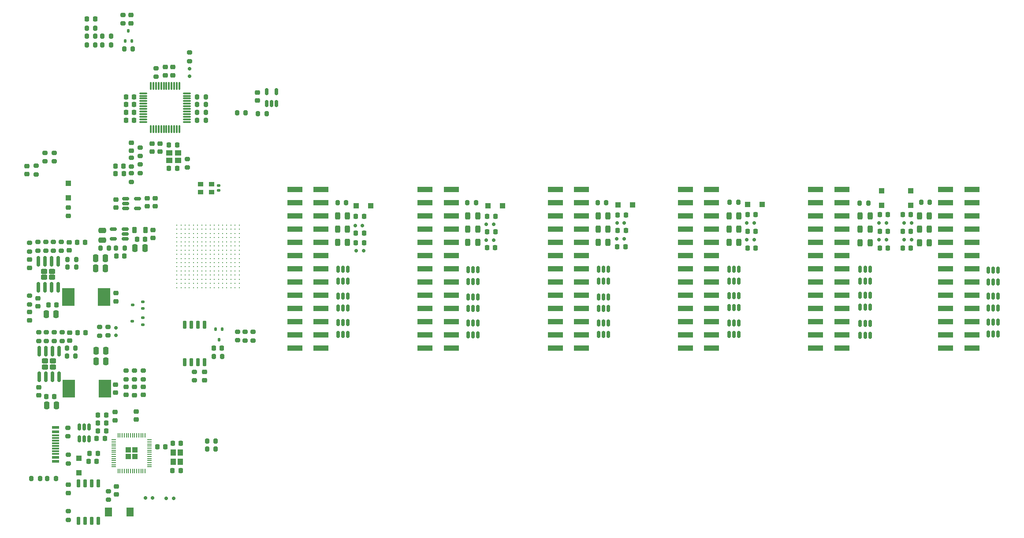
<source format=gtp>
G04 #@! TF.GenerationSoftware,KiCad,Pcbnew,8.0.5*
G04 #@! TF.CreationDate,2024-09-22T17:43:37+03:00*
G04 #@! TF.ProjectId,rioctrl-controller,72696f63-7472-46c2-9d63-6f6e74726f6c,rev?*
G04 #@! TF.SameCoordinates,Original*
G04 #@! TF.FileFunction,Paste,Top*
G04 #@! TF.FilePolarity,Positive*
%FSLAX46Y46*%
G04 Gerber Fmt 4.6, Leading zero omitted, Abs format (unit mm)*
G04 Created by KiCad (PCBNEW 8.0.5) date 2024-09-22 17:43:37*
%MOMM*%
%LPD*%
G01*
G04 APERTURE LIST*
G04 Aperture macros list*
%AMRoundRect*
0 Rectangle with rounded corners*
0 $1 Rounding radius*
0 $2 $3 $4 $5 $6 $7 $8 $9 X,Y pos of 4 corners*
0 Add a 4 corners polygon primitive as box body*
4,1,4,$2,$3,$4,$5,$6,$7,$8,$9,$2,$3,0*
0 Add four circle primitives for the rounded corners*
1,1,$1+$1,$2,$3*
1,1,$1+$1,$4,$5*
1,1,$1+$1,$6,$7*
1,1,$1+$1,$8,$9*
0 Add four rect primitives between the rounded corners*
20,1,$1+$1,$2,$3,$4,$5,0*
20,1,$1+$1,$4,$5,$6,$7,0*
20,1,$1+$1,$6,$7,$8,$9,0*
20,1,$1+$1,$8,$9,$2,$3,0*%
G04 Aperture macros list end*
%ADD10RoundRect,0.225000X0.225000X0.250000X-0.225000X0.250000X-0.225000X-0.250000X0.225000X-0.250000X0*%
%ADD11RoundRect,0.200000X0.200000X0.275000X-0.200000X0.275000X-0.200000X-0.275000X0.200000X-0.275000X0*%
%ADD12RoundRect,0.200000X-0.200000X-0.275000X0.200000X-0.275000X0.200000X0.275000X-0.200000X0.275000X0*%
%ADD13RoundRect,0.218750X0.218750X0.256250X-0.218750X0.256250X-0.218750X-0.256250X0.218750X-0.256250X0*%
%ADD14RoundRect,0.150000X-0.150000X-0.200000X0.150000X-0.200000X0.150000X0.200000X-0.150000X0.200000X0*%
%ADD15RoundRect,0.250000X0.300000X-0.300000X0.300000X0.300000X-0.300000X0.300000X-0.300000X-0.300000X0*%
%ADD16RoundRect,0.250000X0.250000X0.475000X-0.250000X0.475000X-0.250000X-0.475000X0.250000X-0.475000X0*%
%ADD17R,3.000000X1.000000*%
%ADD18RoundRect,0.243750X0.243750X0.456250X-0.243750X0.456250X-0.243750X-0.456250X0.243750X-0.456250X0*%
%ADD19RoundRect,0.250000X0.292217X-0.292217X0.292217X0.292217X-0.292217X0.292217X-0.292217X-0.292217X0*%
%ADD20RoundRect,0.050000X0.050000X-0.387500X0.050000X0.387500X-0.050000X0.387500X-0.050000X-0.387500X0*%
%ADD21RoundRect,0.050000X0.387500X-0.050000X0.387500X0.050000X-0.387500X0.050000X-0.387500X-0.050000X0*%
%ADD22RoundRect,0.150000X-0.150000X0.512500X-0.150000X-0.512500X0.150000X-0.512500X0.150000X0.512500X0*%
%ADD23RoundRect,0.150000X0.150000X-0.512500X0.150000X0.512500X-0.150000X0.512500X-0.150000X-0.512500X0*%
%ADD24RoundRect,0.200000X0.275000X-0.200000X0.275000X0.200000X-0.275000X0.200000X-0.275000X-0.200000X0*%
%ADD25RoundRect,0.200000X-0.275000X0.200000X-0.275000X-0.200000X0.275000X-0.200000X0.275000X0.200000X0*%
%ADD26RoundRect,0.243750X-0.243750X-0.456250X0.243750X-0.456250X0.243750X0.456250X-0.243750X0.456250X0*%
%ADD27RoundRect,0.218750X-0.218750X-0.256250X0.218750X-0.256250X0.218750X0.256250X-0.218750X0.256250X0*%
%ADD28RoundRect,0.225000X-0.250000X0.225000X-0.250000X-0.225000X0.250000X-0.225000X0.250000X0.225000X0*%
%ADD29RoundRect,0.150000X0.200000X-0.150000X0.200000X0.150000X-0.200000X0.150000X-0.200000X-0.150000X0*%
%ADD30RoundRect,0.250000X-0.300000X-0.300000X0.300000X-0.300000X0.300000X0.300000X-0.300000X0.300000X0*%
%ADD31RoundRect,0.225000X0.250000X-0.225000X0.250000X0.225000X-0.250000X0.225000X-0.250000X-0.225000X0*%
%ADD32RoundRect,0.150000X-0.200000X0.150000X-0.200000X-0.150000X0.200000X-0.150000X0.200000X0.150000X0*%
%ADD33RoundRect,0.218750X-0.256250X0.218750X-0.256250X-0.218750X0.256250X-0.218750X0.256250X0.218750X0*%
%ADD34RoundRect,0.240000X0.385000X-0.240000X0.385000X0.240000X-0.385000X0.240000X-0.385000X-0.240000X0*%
%ADD35RoundRect,0.150000X0.150000X-0.825000X0.150000X0.825000X-0.150000X0.825000X-0.150000X-0.825000X0*%
%ADD36RoundRect,0.225000X-0.225000X-0.250000X0.225000X-0.250000X0.225000X0.250000X-0.225000X0.250000X0*%
%ADD37R,1.350000X1.800000*%
%ADD38RoundRect,0.218750X0.256250X-0.218750X0.256250X0.218750X-0.256250X0.218750X-0.256250X-0.218750X0*%
%ADD39RoundRect,0.150000X0.150000X0.200000X-0.150000X0.200000X-0.150000X-0.200000X0.150000X-0.200000X0*%
%ADD40RoundRect,0.075000X-0.075000X0.662500X-0.075000X-0.662500X0.075000X-0.662500X0.075000X0.662500X0*%
%ADD41RoundRect,0.075000X-0.662500X0.075000X-0.662500X-0.075000X0.662500X-0.075000X0.662500X0.075000X0*%
%ADD42RoundRect,0.150000X0.512500X0.150000X-0.512500X0.150000X-0.512500X-0.150000X0.512500X-0.150000X0*%
%ADD43R,1.450000X0.600000*%
%ADD44R,1.450000X0.300000*%
%ADD45RoundRect,0.250000X-0.250000X-0.475000X0.250000X-0.475000X0.250000X0.475000X-0.250000X0.475000X0*%
%ADD46RoundRect,0.140000X0.170000X-0.140000X0.170000X0.140000X-0.170000X0.140000X-0.170000X-0.140000X0*%
%ADD47RoundRect,0.218750X-0.218750X-0.381250X0.218750X-0.381250X0.218750X0.381250X-0.218750X0.381250X0*%
%ADD48RoundRect,0.112500X0.112500X0.237500X-0.112500X0.237500X-0.112500X-0.237500X0.112500X-0.237500X0*%
%ADD49RoundRect,0.250000X-0.475000X0.250000X-0.475000X-0.250000X0.475000X-0.250000X0.475000X0.250000X0*%
%ADD50R,2.400000X3.500000*%
%ADD51RoundRect,0.150000X-0.512500X-0.150000X0.512500X-0.150000X0.512500X0.150000X-0.512500X0.150000X0*%
%ADD52RoundRect,0.150000X0.150000X-0.650000X0.150000X0.650000X-0.150000X0.650000X-0.150000X-0.650000X0*%
%ADD53RoundRect,0.112500X0.237500X-0.112500X0.237500X0.112500X-0.237500X0.112500X-0.237500X-0.112500X0*%
%ADD54R,1.000000X0.900000*%
%ADD55RoundRect,0.150000X-0.150000X0.650000X-0.150000X-0.650000X0.150000X-0.650000X0.150000X0.650000X0*%
%ADD56R,1.150000X1.000000*%
%ADD57C,0.320000*%
%ADD58RoundRect,0.112500X-0.112500X-0.237500X0.112500X-0.237500X0.112500X0.237500X-0.112500X0.237500X0*%
%ADD59R,1.000000X1.150000*%
G04 APERTURE END LIST*
D10*
G04 #@! TO.C,C41*
X79576295Y-58935000D03*
X78026295Y-58935000D03*
G04 #@! TD*
G04 #@! TO.C,C25*
X72425000Y-125950000D03*
X70875000Y-125950000D03*
G04 #@! TD*
D11*
G04 #@! TO.C,R22*
X61525000Y-129300000D03*
X59875000Y-129300000D03*
G04 #@! TD*
D12*
G04 #@! TO.C,R41*
X70505000Y-42750000D03*
X72155000Y-42750000D03*
G04 #@! TD*
D13*
G04 #@! TO.C,D11*
X96437500Y-104200000D03*
X94862500Y-104200000D03*
G04 #@! TD*
D12*
G04 #@! TO.C,R23*
X62925000Y-129300000D03*
X64575000Y-129300000D03*
G04 #@! TD*
D14*
G04 #@! TO.C,D6*
X83150000Y-133050000D03*
X81750000Y-133050000D03*
G04 #@! TD*
D15*
G04 #@! TO.C,D27*
X223200000Y-76800000D03*
X223200000Y-74000000D03*
G04 #@! TD*
D16*
G04 #@! TO.C,C11*
X81662500Y-85037500D03*
X79762500Y-85037500D03*
G04 #@! TD*
D17*
G04 #@! TO.C,J14*
X210480000Y-104240000D03*
X215520000Y-104240000D03*
X210480000Y-101700000D03*
X215520000Y-101700000D03*
X210480000Y-99160000D03*
X215520000Y-99160000D03*
X210480000Y-96620000D03*
X215520000Y-96620000D03*
X210480000Y-94080000D03*
X215520000Y-94080000D03*
X210480000Y-91540000D03*
X215520000Y-91540000D03*
X210480000Y-89000000D03*
X215520000Y-89000000D03*
X210480000Y-86460000D03*
X215520000Y-86460000D03*
X210480000Y-83920000D03*
X215520000Y-83920000D03*
X210480000Y-81380000D03*
X215520000Y-81380000D03*
X210480000Y-78840000D03*
X215520000Y-78840000D03*
X210480000Y-76300000D03*
X215520000Y-76300000D03*
X210480000Y-73760000D03*
X215520000Y-73760000D03*
G04 #@! TD*
D18*
G04 #@! TO.C,F4*
X145587500Y-83900000D03*
X143712500Y-83900000D03*
G04 #@! TD*
D19*
G04 #@! TO.C,U7*
X78462500Y-125075000D03*
X79737500Y-125075000D03*
X78462500Y-123800000D03*
X79737500Y-123800000D03*
D20*
X76500000Y-127875000D03*
X76900000Y-127875000D03*
X77300000Y-127875000D03*
X77700000Y-127875000D03*
X78100000Y-127875000D03*
X78500000Y-127875000D03*
X78900000Y-127875000D03*
X79300000Y-127875000D03*
X79700000Y-127875000D03*
X80100000Y-127875000D03*
X80500000Y-127875000D03*
X80900000Y-127875000D03*
X81300000Y-127875000D03*
X81700000Y-127875000D03*
D21*
X82537500Y-127037500D03*
X82537500Y-126637500D03*
X82537500Y-126237500D03*
X82537500Y-125837500D03*
X82537500Y-125437500D03*
X82537500Y-125037500D03*
X82537500Y-124637500D03*
X82537500Y-124237500D03*
X82537500Y-123837500D03*
X82537500Y-123437500D03*
X82537500Y-123037500D03*
X82537500Y-122637500D03*
X82537500Y-122237500D03*
X82537500Y-121837500D03*
D20*
X81700000Y-121000000D03*
X81300000Y-121000000D03*
X80900000Y-121000000D03*
X80500000Y-121000000D03*
X80100000Y-121000000D03*
X79700000Y-121000000D03*
X79300000Y-121000000D03*
X78900000Y-121000000D03*
X78500000Y-121000000D03*
X78100000Y-121000000D03*
X77700000Y-121000000D03*
X77300000Y-121000000D03*
X76900000Y-121000000D03*
X76500000Y-121000000D03*
D21*
X75662500Y-121837500D03*
X75662500Y-122237500D03*
X75662500Y-122637500D03*
X75662500Y-123037500D03*
X75662500Y-123437500D03*
X75662500Y-123837500D03*
X75662500Y-124237500D03*
X75662500Y-124637500D03*
X75662500Y-125037500D03*
X75662500Y-125437500D03*
X75662500Y-125837500D03*
X75662500Y-126237500D03*
X75662500Y-126637500D03*
X75662500Y-127037500D03*
G04 #@! TD*
D22*
G04 #@! TO.C,U6*
X70950000Y-119412500D03*
X70000000Y-119412500D03*
X69050000Y-119412500D03*
X69050000Y-121687500D03*
X70000000Y-121687500D03*
X70950000Y-121687500D03*
G04 #@! TD*
D11*
G04 #@! TO.C,R61*
X220625000Y-76400000D03*
X218975000Y-76400000D03*
G04 #@! TD*
D23*
G04 #@! TO.C,U27*
X118750000Y-101587500D03*
X119700000Y-101587500D03*
X120650000Y-101587500D03*
X120650000Y-99312500D03*
X119700000Y-99312500D03*
X118750000Y-99312500D03*
G04 #@! TD*
G04 #@! TO.C,U21*
X193850000Y-101637500D03*
X194800000Y-101637500D03*
X195750000Y-101637500D03*
X195750000Y-99362500D03*
X194800000Y-99362500D03*
X193850000Y-99362500D03*
G04 #@! TD*
D17*
G04 #@! TO.C,J11*
X135480000Y-104240000D03*
X140520000Y-104240000D03*
X135480000Y-101700000D03*
X140520000Y-101700000D03*
X135480000Y-99160000D03*
X140520000Y-99160000D03*
X135480000Y-96620000D03*
X140520000Y-96620000D03*
X135480000Y-94080000D03*
X140520000Y-94080000D03*
X135480000Y-91540000D03*
X140520000Y-91540000D03*
X135480000Y-89000000D03*
X140520000Y-89000000D03*
X135480000Y-86460000D03*
X140520000Y-86460000D03*
X135480000Y-83920000D03*
X140520000Y-83920000D03*
X135480000Y-81380000D03*
X140520000Y-81380000D03*
X135480000Y-78840000D03*
X140520000Y-78840000D03*
X135480000Y-76300000D03*
X140520000Y-76300000D03*
X135480000Y-73760000D03*
X140520000Y-73760000D03*
G04 #@! TD*
D18*
G04 #@! TO.C,F13*
X220937500Y-84000000D03*
X219062500Y-84000000D03*
G04 #@! TD*
D24*
G04 #@! TO.C,R46*
X99450000Y-102725000D03*
X99450000Y-101075000D03*
G04 #@! TD*
D25*
G04 #@! TO.C,R42*
X79051295Y-67650000D03*
X79051295Y-69300000D03*
G04 #@! TD*
D18*
G04 #@! TO.C,F14*
X220937500Y-78800000D03*
X219062500Y-78800000D03*
G04 #@! TD*
D24*
G04 #@! TO.C,R3*
X61250000Y-102825000D03*
X61250000Y-101175000D03*
G04 #@! TD*
D10*
G04 #@! TO.C,C23*
X88550000Y-122525000D03*
X87000000Y-122525000D03*
G04 #@! TD*
D26*
G04 #@! TO.C,F9*
X168712500Y-81400000D03*
X170587500Y-81400000D03*
G04 #@! TD*
D23*
G04 #@! TO.C,U26*
X219050000Y-91337500D03*
X220000000Y-91337500D03*
X220950000Y-91337500D03*
X220950000Y-89062500D03*
X220000000Y-89062500D03*
X219050000Y-89062500D03*
G04 #@! TD*
D11*
G04 #@! TO.C,R10*
X77787500Y-85037500D03*
X76137500Y-85037500D03*
G04 #@! TD*
D23*
G04 #@! TO.C,U28*
X243650000Y-96537500D03*
X244600000Y-96537500D03*
X245550000Y-96537500D03*
X245550000Y-94262500D03*
X244600000Y-94262500D03*
X243650000Y-94262500D03*
G04 #@! TD*
D11*
G04 #@! TO.C,R14*
X68325000Y-105750000D03*
X66675000Y-105750000D03*
G04 #@! TD*
D24*
G04 #@! TO.C,R27*
X74550000Y-101775000D03*
X74550000Y-100125000D03*
G04 #@! TD*
D13*
G04 #@! TO.C,FB17*
X198987500Y-85000000D03*
X197412500Y-85000000D03*
G04 #@! TD*
D27*
G04 #@! TO.C,FB6*
X72662500Y-117100000D03*
X74237500Y-117100000D03*
G04 #@! TD*
D28*
G04 #@! TO.C,C36*
X83051295Y-64910000D03*
X83051295Y-66460000D03*
G04 #@! TD*
D27*
G04 #@! TO.C,FB24*
X227212500Y-78600000D03*
X228787500Y-78600000D03*
G04 #@! TD*
D17*
G04 #@! TO.C,J12*
X160480000Y-104240000D03*
X165520000Y-104240000D03*
X160480000Y-101700000D03*
X165520000Y-101700000D03*
X160480000Y-99160000D03*
X165520000Y-99160000D03*
X160480000Y-96620000D03*
X165520000Y-96620000D03*
X160480000Y-94080000D03*
X165520000Y-94080000D03*
X160480000Y-91540000D03*
X165520000Y-91540000D03*
X160480000Y-89000000D03*
X165520000Y-89000000D03*
X160480000Y-86460000D03*
X165520000Y-86460000D03*
X160480000Y-83920000D03*
X165520000Y-83920000D03*
X160480000Y-81380000D03*
X165520000Y-81380000D03*
X160480000Y-78840000D03*
X165520000Y-78840000D03*
X160480000Y-76300000D03*
X165520000Y-76300000D03*
X160480000Y-73760000D03*
X165520000Y-73760000D03*
G04 #@! TD*
D29*
G04 #@! TO.C,D8*
X76100000Y-100350000D03*
X76100000Y-101750000D03*
G04 #@! TD*
D24*
G04 #@! TO.C,R18*
X79700000Y-110225000D03*
X79700000Y-108575000D03*
G04 #@! TD*
D30*
G04 #@! TO.C,D13*
X122250000Y-76900000D03*
X125050000Y-76900000D03*
G04 #@! TD*
D31*
G04 #@! TO.C,C29*
X75950000Y-118075000D03*
X75950000Y-116525000D03*
G04 #@! TD*
D14*
G04 #@! TO.C,D7*
X87200000Y-133100000D03*
X85800000Y-133100000D03*
G04 #@! TD*
D11*
G04 #@! TO.C,R58*
X145275000Y-76300000D03*
X143625000Y-76300000D03*
G04 #@! TD*
D23*
G04 #@! TO.C,U15*
X143737500Y-101687500D03*
X144687500Y-101687500D03*
X145637500Y-101687500D03*
X145637500Y-99412500D03*
X144687500Y-99412500D03*
X143737500Y-99412500D03*
G04 #@! TD*
D32*
G04 #@! TO.C,D16*
X90250000Y-51950000D03*
X90250000Y-50550000D03*
G04 #@! TD*
D14*
G04 #@! TO.C,D32*
X228900000Y-80200000D03*
X227500000Y-80200000D03*
G04 #@! TD*
D15*
G04 #@! TO.C,D9*
X69000000Y-128150000D03*
X69000000Y-125350000D03*
G04 #@! TD*
D23*
G04 #@! TO.C,U12*
X118750000Y-96487500D03*
X119700000Y-96487500D03*
X120650000Y-96487500D03*
X120650000Y-94212500D03*
X119700000Y-94212500D03*
X118750000Y-94212500D03*
G04 #@! TD*
D12*
G04 #@! TO.C,R40*
X70505000Y-44250000D03*
X72155000Y-44250000D03*
G04 #@! TD*
D14*
G04 #@! TO.C,D19*
X148650000Y-83450000D03*
X147250000Y-83450000D03*
G04 #@! TD*
D11*
G04 #@! TO.C,R59*
X170275000Y-76300000D03*
X168625000Y-76300000D03*
G04 #@! TD*
D25*
G04 #@! TO.C,R4*
X62620000Y-83850000D03*
X62620000Y-85500000D03*
G04 #@! TD*
D31*
G04 #@! TO.C,C42*
X103250000Y-56675000D03*
X103250000Y-55125000D03*
G04 #@! TD*
G04 #@! TO.C,C32*
X80000000Y-117975000D03*
X80000000Y-116425000D03*
G04 #@! TD*
D15*
G04 #@! TO.C,D30*
X228800000Y-76800000D03*
X228800000Y-74000000D03*
G04 #@! TD*
D11*
G04 #@! TO.C,R32*
X93376295Y-60435000D03*
X91726295Y-60435000D03*
G04 #@! TD*
D33*
G04 #@! TO.C,D3*
X79700000Y-111672500D03*
X79700000Y-113247500D03*
G04 #@! TD*
D34*
G04 #@! TO.C,U2*
X62345000Y-90595000D03*
X63845000Y-90595000D03*
X62345000Y-89455000D03*
X63845000Y-89455000D03*
D35*
X61190000Y-92500000D03*
X62460000Y-92500000D03*
X63730000Y-92500000D03*
X65000000Y-92500000D03*
X65000000Y-87550000D03*
X63730000Y-87550000D03*
X62460000Y-87550000D03*
X61190000Y-87550000D03*
G04 #@! TD*
D36*
G04 #@! TO.C,C4*
X63120000Y-95925000D03*
X64670000Y-95925000D03*
G04 #@! TD*
D16*
G04 #@! TO.C,C15*
X74095000Y-88925000D03*
X72195000Y-88925000D03*
G04 #@! TD*
D26*
G04 #@! TO.C,F15*
X219062500Y-81400000D03*
X220937500Y-81400000D03*
G04 #@! TD*
D18*
G04 #@! TO.C,F1*
X120537500Y-83900000D03*
X118662500Y-83900000D03*
G04 #@! TD*
D23*
G04 #@! TO.C,U17*
X143750000Y-91437500D03*
X144700000Y-91437500D03*
X145650000Y-91437500D03*
X145650000Y-89162500D03*
X144700000Y-89162500D03*
X143750000Y-89162500D03*
G04 #@! TD*
G04 #@! TO.C,U11*
X243650000Y-101537500D03*
X244600000Y-101537500D03*
X245550000Y-101537500D03*
X245550000Y-99262500D03*
X244600000Y-99262500D03*
X243650000Y-99262500D03*
G04 #@! TD*
D37*
G04 #@! TO.C,SW1*
X78850000Y-135750000D03*
X74700000Y-135750000D03*
G04 #@! TD*
D26*
G04 #@! TO.C,F6*
X143712500Y-81400000D03*
X145587500Y-81400000D03*
G04 #@! TD*
D10*
G04 #@! TO.C,C33*
X87851295Y-69685000D03*
X86301295Y-69685000D03*
G04 #@! TD*
D28*
G04 #@! TO.C,C31*
X76200000Y-130775000D03*
X76200000Y-132325000D03*
G04 #@! TD*
D25*
G04 #@! TO.C,R6*
X62750000Y-101175000D03*
X62750000Y-102825000D03*
G04 #@! TD*
D24*
G04 #@! TO.C,R5*
X64120000Y-85500000D03*
X64120000Y-83850000D03*
G04 #@! TD*
D25*
G04 #@! TO.C,R52*
X59500000Y-94175000D03*
X59500000Y-95825000D03*
G04 #@! TD*
D11*
G04 #@! TO.C,R51*
X96525000Y-105800000D03*
X94875000Y-105800000D03*
G04 #@! TD*
D24*
G04 #@! TO.C,R28*
X81330000Y-110227500D03*
X81330000Y-108577500D03*
G04 #@! TD*
D33*
G04 #@! TO.C,FB3*
X76000000Y-111212500D03*
X76000000Y-112787500D03*
G04 #@! TD*
D30*
G04 #@! TO.C,D24*
X197400000Y-76600000D03*
X200200000Y-76600000D03*
G04 #@! TD*
D11*
G04 #@! TO.C,R36*
X75150000Y-46000000D03*
X73500000Y-46000000D03*
G04 #@! TD*
D10*
G04 #@! TO.C,C10*
X77737500Y-86537500D03*
X76187500Y-86537500D03*
G04 #@! TD*
G04 #@! TO.C,C28*
X74225000Y-120100000D03*
X72675000Y-120100000D03*
G04 #@! TD*
D11*
G04 #@! TO.C,R60*
X195625000Y-76200000D03*
X193975000Y-76200000D03*
G04 #@! TD*
D38*
G04 #@! TO.C,D17*
X79000000Y-41787500D03*
X79000000Y-40212500D03*
G04 #@! TD*
D28*
G04 #@! TO.C,C21*
X66950000Y-130500000D03*
X66950000Y-132050000D03*
G04 #@! TD*
D33*
G04 #@! TO.C,FB5*
X83212500Y-81500000D03*
X83212500Y-83075000D03*
G04 #@! TD*
D25*
G04 #@! TO.C,R16*
X74700000Y-131700000D03*
X74700000Y-133350000D03*
G04 #@! TD*
D39*
G04 #@! TO.C,D26*
X197300000Y-80200000D03*
X198700000Y-80200000D03*
G04 #@! TD*
D40*
G04 #@! TO.C,U8*
X88301295Y-53837500D03*
X87801295Y-53837500D03*
X87301295Y-53837500D03*
X86801295Y-53837500D03*
X86301295Y-53837500D03*
X85801295Y-53837500D03*
X85301295Y-53837500D03*
X84801295Y-53837500D03*
X84301295Y-53837500D03*
X83801295Y-53837500D03*
X83301295Y-53837500D03*
X82801295Y-53837500D03*
D41*
X81388795Y-55250000D03*
X81388795Y-55750000D03*
X81388795Y-56250000D03*
X81388795Y-56750000D03*
X81388795Y-57250000D03*
X81388795Y-57750000D03*
X81388795Y-58250000D03*
X81388795Y-58750000D03*
X81388795Y-59250000D03*
X81388795Y-59750000D03*
X81388795Y-60250000D03*
X81388795Y-60750000D03*
D40*
X82801295Y-62162500D03*
X83301295Y-62162500D03*
X83801295Y-62162500D03*
X84301295Y-62162500D03*
X84801295Y-62162500D03*
X85301295Y-62162500D03*
X85801295Y-62162500D03*
X86301295Y-62162500D03*
X86801295Y-62162500D03*
X87301295Y-62162500D03*
X87801295Y-62162500D03*
X88301295Y-62162500D03*
D41*
X89713795Y-60750000D03*
X89713795Y-60250000D03*
X89713795Y-59750000D03*
X89713795Y-59250000D03*
X89713795Y-58750000D03*
X89713795Y-58250000D03*
X89713795Y-57750000D03*
X89713795Y-57250000D03*
X89713795Y-56750000D03*
X89713795Y-56250000D03*
X89713795Y-55750000D03*
X89713795Y-55250000D03*
G04 #@! TD*
D28*
G04 #@! TO.C,C55*
X93100000Y-108825000D03*
X93100000Y-110375000D03*
G04 #@! TD*
D11*
G04 #@! TO.C,R30*
X93376295Y-57435000D03*
X91726295Y-57435000D03*
G04 #@! TD*
D23*
G04 #@! TO.C,U13*
X118750000Y-91337500D03*
X119700000Y-91337500D03*
X120650000Y-91337500D03*
X120650000Y-89062500D03*
X119700000Y-89062500D03*
X118750000Y-89062500D03*
G04 #@! TD*
D10*
G04 #@! TO.C,C40*
X79576295Y-55935000D03*
X78026295Y-55935000D03*
G04 #@! TD*
D12*
G04 #@! TO.C,R62*
X230775000Y-76200000D03*
X232425000Y-76200000D03*
G04 #@! TD*
D13*
G04 #@! TO.C,FB20*
X224387500Y-85000000D03*
X222812500Y-85000000D03*
G04 #@! TD*
D33*
G04 #@! TO.C,D2*
X59000000Y-69212500D03*
X59000000Y-70787500D03*
G04 #@! TD*
D18*
G04 #@! TO.C,F11*
X195737500Y-78800000D03*
X193862500Y-78800000D03*
G04 #@! TD*
D23*
G04 #@! TO.C,U25*
X219050000Y-96337500D03*
X220000000Y-96337500D03*
X220950000Y-96337500D03*
X220950000Y-94062500D03*
X220000000Y-94062500D03*
X219050000Y-94062500D03*
G04 #@! TD*
D25*
G04 #@! TO.C,R50*
X59500000Y-84000000D03*
X59500000Y-85650000D03*
G04 #@! TD*
D24*
G04 #@! TO.C,R17*
X67000000Y-137225000D03*
X67000000Y-135575000D03*
G04 #@! TD*
D13*
G04 #@! TO.C,FB15*
X174037500Y-78650000D03*
X172462500Y-78650000D03*
G04 #@! TD*
D30*
G04 #@! TO.C,D21*
X172550000Y-76700000D03*
X175350000Y-76700000D03*
G04 #@! TD*
D11*
G04 #@! TO.C,R29*
X93376295Y-55935000D03*
X91726295Y-55935000D03*
G04 #@! TD*
D42*
G04 #@! TO.C,U1*
X77850000Y-83237500D03*
X77850000Y-82287500D03*
X77850000Y-81337500D03*
X75575000Y-81337500D03*
X75575000Y-83237500D03*
G04 #@! TD*
D18*
G04 #@! TO.C,F5*
X145587500Y-78850000D03*
X143712500Y-78850000D03*
G04 #@! TD*
D16*
G04 #@! TO.C,C17*
X74095000Y-86925000D03*
X72195000Y-86925000D03*
G04 #@! TD*
D31*
G04 #@! TO.C,C20*
X82137500Y-76975000D03*
X82137500Y-75425000D03*
G04 #@! TD*
D11*
G04 #@! TO.C,R35*
X75150000Y-44250000D03*
X73500000Y-44250000D03*
G04 #@! TD*
D31*
G04 #@! TO.C,C46*
X79051295Y-66275000D03*
X79051295Y-64725000D03*
G04 #@! TD*
D11*
G04 #@! TO.C,R53*
X120325000Y-76300000D03*
X118675000Y-76300000D03*
G04 #@! TD*
G04 #@! TO.C,R31*
X93376295Y-58935000D03*
X91726295Y-58935000D03*
G04 #@! TD*
D43*
G04 #@! TO.C,J3*
X64545000Y-119500000D03*
X64545000Y-120300000D03*
D44*
X64545000Y-121500000D03*
X64545000Y-122500000D03*
X64545000Y-123000000D03*
X64545000Y-124000000D03*
D43*
X64545000Y-125200000D03*
X64545000Y-126000000D03*
X64545000Y-126000000D03*
X64545000Y-125200000D03*
D44*
X64545000Y-124500000D03*
X64545000Y-123500000D03*
X64545000Y-122000000D03*
X64545000Y-121000000D03*
D43*
X64545000Y-120300000D03*
X64545000Y-119500000D03*
G04 #@! TD*
D25*
G04 #@! TO.C,R21*
X67000000Y-124725000D03*
X67000000Y-126375000D03*
G04 #@! TD*
D12*
G04 #@! TO.C,R39*
X70505000Y-46000000D03*
X72155000Y-46000000D03*
G04 #@! TD*
D45*
G04 #@! TO.C,C3*
X62800000Y-115250000D03*
X64700000Y-115250000D03*
G04 #@! TD*
D11*
G04 #@! TO.C,R49*
X95275000Y-123600000D03*
X93625000Y-123600000D03*
G04 #@! TD*
D46*
G04 #@! TO.C,C54*
X95800000Y-73930000D03*
X95800000Y-72970000D03*
G04 #@! TD*
D13*
G04 #@! TO.C,FB9*
X123737500Y-78900000D03*
X122162500Y-78900000D03*
G04 #@! TD*
D47*
G04 #@! TO.C,L1*
X79650000Y-81537500D03*
X81775000Y-81537500D03*
G04 #@! TD*
D31*
G04 #@! TO.C,C6*
X67120000Y-85450000D03*
X67120000Y-83900000D03*
G04 #@! TD*
D26*
G04 #@! TO.C,F3*
X118662500Y-81400000D03*
X120537500Y-81400000D03*
G04 #@! TD*
D25*
G04 #@! TO.C,R37*
X80801295Y-68925000D03*
X80801295Y-70575000D03*
G04 #@! TD*
D33*
G04 #@! TO.C,FB4*
X83637500Y-75412500D03*
X83637500Y-76987500D03*
G04 #@! TD*
D25*
G04 #@! TO.C,R44*
X102450000Y-101100000D03*
X102450000Y-102750000D03*
G04 #@! TD*
D38*
G04 #@! TO.C,D10*
X59500000Y-88787500D03*
X59500000Y-87212500D03*
G04 #@! TD*
D10*
G04 #@! TO.C,C27*
X74225000Y-118600000D03*
X72675000Y-118600000D03*
G04 #@! TD*
G04 #@! TO.C,C30*
X72600000Y-124450000D03*
X71050000Y-124450000D03*
G04 #@! TD*
D18*
G04 #@! TO.C,F18*
X232337500Y-81400000D03*
X230462500Y-81400000D03*
G04 #@! TD*
D10*
G04 #@! TO.C,C45*
X77601295Y-70725000D03*
X76051295Y-70725000D03*
G04 #@! TD*
D18*
G04 #@! TO.C,F2*
X120537500Y-78850000D03*
X118662500Y-78850000D03*
G04 #@! TD*
D12*
G04 #@! TO.C,R54*
X103375000Y-59150000D03*
X105025000Y-59150000D03*
G04 #@! TD*
D28*
G04 #@! TO.C,C35*
X84551295Y-64910000D03*
X84551295Y-66460000D03*
G04 #@! TD*
D24*
G04 #@! TO.C,R9*
X65750000Y-102825000D03*
X65750000Y-101175000D03*
G04 #@! TD*
D31*
G04 #@! TO.C,C7*
X67250000Y-102775000D03*
X67250000Y-101225000D03*
G04 #@! TD*
D17*
G04 #@! TO.C,J13*
X185480000Y-104240000D03*
X190520000Y-104240000D03*
X185480000Y-101700000D03*
X190520000Y-101700000D03*
X185480000Y-99160000D03*
X190520000Y-99160000D03*
X185480000Y-96620000D03*
X190520000Y-96620000D03*
X185480000Y-94080000D03*
X190520000Y-94080000D03*
X185480000Y-91540000D03*
X190520000Y-91540000D03*
X185480000Y-89000000D03*
X190520000Y-89000000D03*
X185480000Y-86460000D03*
X190520000Y-86460000D03*
X185480000Y-83920000D03*
X190520000Y-83920000D03*
X185480000Y-81380000D03*
X190520000Y-81380000D03*
X185480000Y-78840000D03*
X190520000Y-78840000D03*
X185480000Y-76300000D03*
X190520000Y-76300000D03*
X185480000Y-73760000D03*
X190520000Y-73760000D03*
G04 #@! TD*
D10*
G04 #@! TO.C,C38*
X79576295Y-57435000D03*
X78026295Y-57435000D03*
G04 #@! TD*
D26*
G04 #@! TO.C,F16*
X230462500Y-84000000D03*
X232337500Y-84000000D03*
G04 #@! TD*
D11*
G04 #@! TO.C,R12*
X68470000Y-88675000D03*
X66820000Y-88675000D03*
G04 #@! TD*
D48*
G04 #@! TO.C,Q2*
X96550000Y-100600000D03*
X95250000Y-100600000D03*
X95900000Y-102600000D03*
G04 #@! TD*
D12*
G04 #@! TO.C,R15*
X66675000Y-104250000D03*
X68325000Y-104250000D03*
G04 #@! TD*
D13*
G04 #@! TO.C,FB18*
X198987500Y-78600000D03*
X197412500Y-78600000D03*
G04 #@! TD*
D38*
G04 #@! TO.C,D12*
X59500000Y-98887500D03*
X59500000Y-97312500D03*
G04 #@! TD*
D13*
G04 #@! TO.C,FB14*
X173987500Y-84750000D03*
X172412500Y-84750000D03*
G04 #@! TD*
D49*
G04 #@! TO.C,C1*
X73462500Y-81587500D03*
X73462500Y-83487500D03*
G04 #@! TD*
D36*
G04 #@! TO.C,C24*
X84025000Y-123150000D03*
X85575000Y-123150000D03*
G04 #@! TD*
D27*
G04 #@! TO.C,FB16*
X172462500Y-81650000D03*
X174037500Y-81650000D03*
G04 #@! TD*
D13*
G04 #@! TO.C,FB25*
X228787500Y-81800000D03*
X227212500Y-81800000D03*
G04 #@! TD*
D50*
G04 #@! TO.C,L2*
X66945000Y-94425000D03*
X73845000Y-94425000D03*
G04 #@! TD*
D24*
G04 #@! TO.C,R43*
X79051295Y-72300000D03*
X79051295Y-70650000D03*
G04 #@! TD*
D18*
G04 #@! TO.C,F7*
X170587500Y-83900000D03*
X168712500Y-83900000D03*
G04 #@! TD*
G04 #@! TO.C,F10*
X195737500Y-83900000D03*
X193862500Y-83900000D03*
G04 #@! TD*
D14*
G04 #@! TO.C,D22*
X173700000Y-83200000D03*
X172300000Y-83200000D03*
G04 #@! TD*
D15*
G04 #@! TO.C,D1*
X67000000Y-75350000D03*
X67000000Y-72550000D03*
G04 #@! TD*
D51*
G04 #@! TO.C,U4*
X78000000Y-75500000D03*
X78000000Y-76450000D03*
X78000000Y-77400000D03*
X80275000Y-77400000D03*
X80275000Y-75500000D03*
G04 #@! TD*
D52*
G04 #@! TO.C,U5*
X68895000Y-137450000D03*
X70165000Y-137450000D03*
X71435000Y-137450000D03*
X72705000Y-137450000D03*
X72705000Y-130250000D03*
X71435000Y-130250000D03*
X70165000Y-130250000D03*
X68895000Y-130250000D03*
G04 #@! TD*
D23*
G04 #@! TO.C,U16*
X143750000Y-96637500D03*
X144700000Y-96637500D03*
X145650000Y-96637500D03*
X145650000Y-94362500D03*
X144700000Y-94362500D03*
X143750000Y-94362500D03*
G04 #@! TD*
D28*
G04 #@! TO.C,C14*
X61250000Y-111725000D03*
X61250000Y-113275000D03*
G04 #@! TD*
D25*
G04 #@! TO.C,R45*
X100940000Y-101100000D03*
X100940000Y-102750000D03*
G04 #@! TD*
D12*
G04 #@! TO.C,R13*
X66820000Y-87175000D03*
X68470000Y-87175000D03*
G04 #@! TD*
D31*
G04 #@! TO.C,C39*
X85551295Y-51775000D03*
X85551295Y-50225000D03*
G04 #@! TD*
D27*
G04 #@! TO.C,FB19*
X197412500Y-81800000D03*
X198987500Y-81800000D03*
G04 #@! TD*
D36*
G04 #@! TO.C,C8*
X68620000Y-83925000D03*
X70170000Y-83925000D03*
G04 #@! TD*
D39*
G04 #@! TO.C,D15*
X122050000Y-80650000D03*
X123450000Y-80650000D03*
G04 #@! TD*
D25*
G04 #@! TO.C,R33*
X64250000Y-66675000D03*
X64250000Y-68325000D03*
G04 #@! TD*
D28*
G04 #@! TO.C,C13*
X61145000Y-94650000D03*
X61145000Y-96200000D03*
G04 #@! TD*
D23*
G04 #@! TO.C,U20*
X168800000Y-91337500D03*
X169750000Y-91337500D03*
X170700000Y-91337500D03*
X170700000Y-89062500D03*
X169750000Y-89062500D03*
X168800000Y-89062500D03*
G04 #@! TD*
D36*
G04 #@! TO.C,C22*
X86975000Y-127775000D03*
X88525000Y-127775000D03*
G04 #@! TD*
D24*
G04 #@! TO.C,R2*
X61120000Y-85500000D03*
X61120000Y-83850000D03*
G04 #@! TD*
D23*
G04 #@! TO.C,U14*
X105050000Y-57237500D03*
X106000000Y-57237500D03*
X106950000Y-57237500D03*
X106950000Y-54962500D03*
X105050000Y-54962500D03*
G04 #@! TD*
D53*
G04 #@! TO.C,Q3*
X81250000Y-99697500D03*
X81250000Y-98397500D03*
X79250000Y-99047500D03*
G04 #@! TD*
D23*
G04 #@! TO.C,U29*
X243650000Y-91537500D03*
X244600000Y-91537500D03*
X245550000Y-91537500D03*
X245550000Y-89262500D03*
X244600000Y-89262500D03*
X243650000Y-89262500D03*
G04 #@! TD*
D10*
G04 #@! TO.C,C26*
X73975000Y-121600000D03*
X72425000Y-121600000D03*
G04 #@! TD*
D25*
G04 #@! TO.C,R47*
X91200000Y-108775000D03*
X91200000Y-110425000D03*
G04 #@! TD*
D26*
G04 #@! TO.C,F12*
X193862500Y-81400000D03*
X195737500Y-81400000D03*
G04 #@! TD*
D27*
G04 #@! TO.C,FB13*
X147412500Y-81900000D03*
X148987500Y-81900000D03*
G04 #@! TD*
D24*
G04 #@! TO.C,R26*
X72950000Y-101825000D03*
X72950000Y-100175000D03*
G04 #@! TD*
G04 #@! TO.C,R24*
X89826295Y-69510000D03*
X89826295Y-67860000D03*
G04 #@! TD*
D25*
G04 #@! TO.C,R20*
X66900000Y-119525000D03*
X66900000Y-121175000D03*
G04 #@! TD*
D33*
G04 #@! TO.C,D4*
X78050000Y-111662500D03*
X78050000Y-113237500D03*
G04 #@! TD*
D12*
G04 #@! TO.C,R48*
X93600000Y-122050000D03*
X95250000Y-122050000D03*
G04 #@! TD*
D25*
G04 #@! TO.C,R38*
X80801295Y-65675000D03*
X80801295Y-67325000D03*
G04 #@! TD*
D24*
G04 #@! TO.C,R19*
X78040000Y-110215000D03*
X78040000Y-108565000D03*
G04 #@! TD*
D39*
G04 #@! TO.C,D20*
X147250000Y-80400000D03*
X148650000Y-80400000D03*
G04 #@! TD*
D10*
G04 #@! TO.C,C37*
X79576295Y-60435000D03*
X78026295Y-60435000D03*
G04 #@! TD*
D33*
G04 #@! TO.C,D5*
X81350000Y-111650000D03*
X81350000Y-113225000D03*
G04 #@! TD*
D24*
G04 #@! TO.C,R7*
X64250000Y-102825000D03*
X64250000Y-101175000D03*
G04 #@! TD*
D34*
G04 #@! TO.C,U3*
X62500000Y-107820000D03*
X64000000Y-107820000D03*
X62500000Y-106680000D03*
X64000000Y-106680000D03*
D35*
X61345000Y-109725000D03*
X62615000Y-109725000D03*
X63885000Y-109725000D03*
X65155000Y-109725000D03*
X65155000Y-104775000D03*
X63885000Y-104775000D03*
X62615000Y-104775000D03*
X61345000Y-104775000D03*
G04 #@! TD*
D31*
G04 #@! TO.C,C19*
X76137500Y-77225000D03*
X76137500Y-75675000D03*
G04 #@! TD*
D13*
G04 #@! TO.C,FB11*
X148937500Y-84950000D03*
X147362500Y-84950000D03*
G04 #@! TD*
D11*
G04 #@! TO.C,R11*
X74787500Y-85037500D03*
X73137500Y-85037500D03*
G04 #@! TD*
D30*
G04 #@! TO.C,D18*
X147550000Y-76900000D03*
X150350000Y-76900000D03*
G04 #@! TD*
D16*
G04 #@! TO.C,C18*
X74200000Y-104750000D03*
X72300000Y-104750000D03*
G04 #@! TD*
D14*
G04 #@! TO.C,D28*
X224100000Y-83400000D03*
X222700000Y-83400000D03*
G04 #@! TD*
D23*
G04 #@! TO.C,U19*
X168800000Y-96637500D03*
X169750000Y-96637500D03*
X170700000Y-96637500D03*
X170700000Y-94362500D03*
X169750000Y-94362500D03*
X168800000Y-94362500D03*
G04 #@! TD*
D36*
G04 #@! TO.C,C9*
X68725000Y-101250000D03*
X70275000Y-101250000D03*
G04 #@! TD*
D23*
G04 #@! TO.C,U22*
X193850000Y-96437500D03*
X194800000Y-96437500D03*
X195750000Y-96437500D03*
X195750000Y-94162500D03*
X194800000Y-94162500D03*
X193850000Y-94162500D03*
G04 #@! TD*
G04 #@! TO.C,U23*
X193850000Y-91337500D03*
X194800000Y-91337500D03*
X195750000Y-91337500D03*
X195750000Y-89062500D03*
X194800000Y-89062500D03*
X193850000Y-89062500D03*
G04 #@! TD*
D27*
G04 #@! TO.C,FB10*
X122162500Y-82150000D03*
X123737500Y-82150000D03*
G04 #@! TD*
D54*
G04 #@! TO.C,X1*
X94475000Y-72725000D03*
X92325000Y-72725000D03*
X92325000Y-74275000D03*
X94475000Y-74275000D03*
G04 #@! TD*
D27*
G04 #@! TO.C,FB22*
X222812500Y-81800000D03*
X224387500Y-81800000D03*
G04 #@! TD*
D25*
G04 #@! TO.C,R1*
X60750000Y-69175000D03*
X60750000Y-70825000D03*
G04 #@! TD*
D50*
G04 #@! TO.C,L3*
X67050000Y-112000000D03*
X73950000Y-112000000D03*
G04 #@! TD*
D33*
G04 #@! TO.C,FB7*
X87051295Y-50212500D03*
X87051295Y-51787500D03*
G04 #@! TD*
D55*
G04 #@! TO.C,U10*
X93090000Y-99750000D03*
X91820000Y-99750000D03*
X90550000Y-99750000D03*
X89280000Y-99750000D03*
X89280000Y-106950000D03*
X90550000Y-106950000D03*
X91820000Y-106950000D03*
X93090000Y-106950000D03*
G04 #@! TD*
D16*
G04 #@! TO.C,C16*
X74200000Y-106750000D03*
X72300000Y-106750000D03*
G04 #@! TD*
D39*
G04 #@! TO.C,D23*
X172350000Y-80150000D03*
X173750000Y-80150000D03*
G04 #@! TD*
D24*
G04 #@! TO.C,R8*
X65620000Y-85500000D03*
X65620000Y-83850000D03*
G04 #@! TD*
G04 #@! TO.C,R56*
X77500000Y-41825000D03*
X77500000Y-40175000D03*
G04 #@! TD*
D26*
G04 #@! TO.C,F17*
X230462500Y-78800000D03*
X232337500Y-78800000D03*
G04 #@! TD*
D56*
G04 #@! TO.C,Y2*
X86326295Y-68135000D03*
X88076295Y-68135000D03*
X88076295Y-66735000D03*
X86326295Y-66735000D03*
G04 #@! TD*
D13*
G04 #@! TO.C,FB12*
X148987500Y-78900000D03*
X147412500Y-78900000D03*
G04 #@! TD*
D10*
G04 #@! TO.C,C12*
X81737500Y-83287500D03*
X80187500Y-83287500D03*
G04 #@! TD*
D39*
G04 #@! TO.C,D31*
X227500000Y-83400000D03*
X228900000Y-83400000D03*
G04 #@! TD*
D10*
G04 #@! TO.C,C34*
X87851295Y-65185000D03*
X86301295Y-65185000D03*
G04 #@! TD*
D24*
G04 #@! TO.C,R25*
X83801295Y-52075000D03*
X83801295Y-50425000D03*
G04 #@! TD*
D33*
G04 #@! TO.C,FB1*
X67000000Y-77212500D03*
X67000000Y-78787500D03*
G04 #@! TD*
D57*
G04 #@! TO.C,U9*
X87800000Y-80600000D03*
X88600000Y-80600000D03*
X89400000Y-80600000D03*
X90200000Y-80600000D03*
X91000000Y-80600000D03*
X91800000Y-80600000D03*
X92600000Y-80600000D03*
X93400000Y-80600000D03*
X94200000Y-80600000D03*
X95000000Y-80600000D03*
X95800000Y-80600000D03*
X96600000Y-80600000D03*
X97400000Y-80600000D03*
X98200000Y-80600000D03*
X99000000Y-80600000D03*
X99800000Y-80600000D03*
X87800000Y-81400000D03*
X88600000Y-81400000D03*
X89400000Y-81400000D03*
X90200000Y-81400000D03*
X91000000Y-81400000D03*
X91800000Y-81400000D03*
X92600000Y-81400000D03*
X93400000Y-81400000D03*
X94200000Y-81400000D03*
X95000000Y-81400000D03*
X95800000Y-81400000D03*
X96600000Y-81400000D03*
X97400000Y-81400000D03*
X98200000Y-81400000D03*
X99000000Y-81400000D03*
X99800000Y-81400000D03*
X87800000Y-82200000D03*
X88600000Y-82200000D03*
X89400000Y-82200000D03*
X90200000Y-82200000D03*
X91000000Y-82200000D03*
X91800000Y-82200000D03*
X92600000Y-82200000D03*
X93400000Y-82200000D03*
X94200000Y-82200000D03*
X95000000Y-82200000D03*
X95800000Y-82200000D03*
X96600000Y-82200000D03*
X97400000Y-82200000D03*
X98200000Y-82200000D03*
X99000000Y-82200000D03*
X99800000Y-82200000D03*
X87800000Y-83000000D03*
X88600000Y-83000000D03*
X89400000Y-83000000D03*
X90200000Y-83000000D03*
X91000000Y-83000000D03*
X91800000Y-83000000D03*
X92600000Y-83000000D03*
X93400000Y-83000000D03*
X94200000Y-83000000D03*
X95000000Y-83000000D03*
X95800000Y-83000000D03*
X96600000Y-83000000D03*
X97400000Y-83000000D03*
X98200000Y-83000000D03*
X99000000Y-83000000D03*
X99800000Y-83000000D03*
X87800000Y-83800000D03*
X88600000Y-83800000D03*
X89400000Y-83800000D03*
X90200000Y-83800000D03*
X91000000Y-83800000D03*
X91800000Y-83800000D03*
X92600000Y-83800000D03*
X93400000Y-83800000D03*
X94200000Y-83800000D03*
X95000000Y-83800000D03*
X95800000Y-83800000D03*
X96600000Y-83800000D03*
X97400000Y-83800000D03*
X98200000Y-83800000D03*
X99000000Y-83800000D03*
X99800000Y-83800000D03*
X87800000Y-84600000D03*
X88600000Y-84600000D03*
X89400000Y-84600000D03*
X90200000Y-84600000D03*
X91000000Y-84600000D03*
X91800000Y-84600000D03*
X92600000Y-84600000D03*
X93400000Y-84600000D03*
X94200000Y-84600000D03*
X95000000Y-84600000D03*
X95800000Y-84600000D03*
X96600000Y-84600000D03*
X97400000Y-84600000D03*
X98200000Y-84600000D03*
X99000000Y-84600000D03*
X99800000Y-84600000D03*
X87800000Y-85400000D03*
X88600000Y-85400000D03*
X89400000Y-85400000D03*
X90200000Y-85400000D03*
X91000000Y-85400000D03*
X91800000Y-85400000D03*
X92600000Y-85400000D03*
X93400000Y-85400000D03*
X94200000Y-85400000D03*
X95000000Y-85400000D03*
X95800000Y-85400000D03*
X96600000Y-85400000D03*
X97400000Y-85400000D03*
X98200000Y-85400000D03*
X99000000Y-85400000D03*
X99800000Y-85400000D03*
X87800000Y-86200000D03*
X88600000Y-86200000D03*
X89400000Y-86200000D03*
X90200000Y-86200000D03*
X91000000Y-86200000D03*
X91800000Y-86200000D03*
X92600000Y-86200000D03*
X93400000Y-86200000D03*
X94200000Y-86200000D03*
X95000000Y-86200000D03*
X95800000Y-86200000D03*
X96600000Y-86200000D03*
X97400000Y-86200000D03*
X98200000Y-86200000D03*
X99000000Y-86200000D03*
X99800000Y-86200000D03*
X87800000Y-87000000D03*
X88600000Y-87000000D03*
X89400000Y-87000000D03*
X90200000Y-87000000D03*
X91000000Y-87000000D03*
X91800000Y-87000000D03*
X92600000Y-87000000D03*
X93400000Y-87000000D03*
X94200000Y-87000000D03*
X95000000Y-87000000D03*
X95800000Y-87000000D03*
X96600000Y-87000000D03*
X97400000Y-87000000D03*
X98200000Y-87000000D03*
X99000000Y-87000000D03*
X99800000Y-87000000D03*
X87800000Y-87800000D03*
X88600000Y-87800000D03*
X89400000Y-87800000D03*
X90200000Y-87800000D03*
X91000000Y-87800000D03*
X91800000Y-87800000D03*
X92600000Y-87800000D03*
X93400000Y-87800000D03*
X94200000Y-87800000D03*
X95000000Y-87800000D03*
X95800000Y-87800000D03*
X96600000Y-87800000D03*
X97400000Y-87800000D03*
X98200000Y-87800000D03*
X99000000Y-87800000D03*
X99800000Y-87800000D03*
X87800000Y-88600000D03*
X88600000Y-88600000D03*
X89400000Y-88600000D03*
X90200000Y-88600000D03*
X91000000Y-88600000D03*
X91800000Y-88600000D03*
X92600000Y-88600000D03*
X93400000Y-88600000D03*
X94200000Y-88600000D03*
X95000000Y-88600000D03*
X95800000Y-88600000D03*
X96600000Y-88600000D03*
X97400000Y-88600000D03*
X98200000Y-88600000D03*
X99000000Y-88600000D03*
X99800000Y-88600000D03*
X87800000Y-89400000D03*
X88600000Y-89400000D03*
X89400000Y-89400000D03*
X90200000Y-89400000D03*
X91000000Y-89400000D03*
X91800000Y-89400000D03*
X92600000Y-89400000D03*
X93400000Y-89400000D03*
X94200000Y-89400000D03*
X95000000Y-89400000D03*
X95800000Y-89400000D03*
X96600000Y-89400000D03*
X97400000Y-89400000D03*
X98200000Y-89400000D03*
X99000000Y-89400000D03*
X99800000Y-89400000D03*
X87800000Y-90200000D03*
X88600000Y-90200000D03*
X89400000Y-90200000D03*
X90200000Y-90200000D03*
X91000000Y-90200000D03*
X91800000Y-90200000D03*
X92600000Y-90200000D03*
X93400000Y-90200000D03*
X94200000Y-90200000D03*
X95000000Y-90200000D03*
X95800000Y-90200000D03*
X96600000Y-90200000D03*
X97400000Y-90200000D03*
X98200000Y-90200000D03*
X99000000Y-90200000D03*
X99800000Y-90200000D03*
X87800000Y-91000000D03*
X88600000Y-91000000D03*
X89400000Y-91000000D03*
X90200000Y-91000000D03*
X91000000Y-91000000D03*
X91800000Y-91000000D03*
X92600000Y-91000000D03*
X93400000Y-91000000D03*
X94200000Y-91000000D03*
X95000000Y-91000000D03*
X95800000Y-91000000D03*
X96600000Y-91000000D03*
X97400000Y-91000000D03*
X98200000Y-91000000D03*
X99000000Y-91000000D03*
X99800000Y-91000000D03*
X87800000Y-91800000D03*
X88600000Y-91800000D03*
X89400000Y-91800000D03*
X90200000Y-91800000D03*
X91000000Y-91800000D03*
X91800000Y-91800000D03*
X92600000Y-91800000D03*
X93400000Y-91800000D03*
X94200000Y-91800000D03*
X95000000Y-91800000D03*
X95800000Y-91800000D03*
X96600000Y-91800000D03*
X97400000Y-91800000D03*
X98200000Y-91800000D03*
X99000000Y-91800000D03*
X99800000Y-91800000D03*
X87800000Y-92600000D03*
X88600000Y-92600000D03*
X89400000Y-92600000D03*
X90200000Y-92600000D03*
X91000000Y-92600000D03*
X91800000Y-92600000D03*
X92600000Y-92600000D03*
X93400000Y-92600000D03*
X94200000Y-92600000D03*
X95000000Y-92600000D03*
X95800000Y-92600000D03*
X96600000Y-92600000D03*
X97400000Y-92600000D03*
X98200000Y-92600000D03*
X99000000Y-92600000D03*
X99800000Y-92600000D03*
G04 #@! TD*
D10*
G04 #@! TO.C,C43*
X72100000Y-41000000D03*
X70550000Y-41000000D03*
G04 #@! TD*
D25*
G04 #@! TO.C,R34*
X62500000Y-66675000D03*
X62500000Y-68325000D03*
G04 #@! TD*
D17*
G04 #@! TO.C,J9*
X110480000Y-104240000D03*
X115520000Y-104240000D03*
X110480000Y-101700000D03*
X115520000Y-101700000D03*
X110480000Y-99160000D03*
X115520000Y-99160000D03*
X110480000Y-96620000D03*
X115520000Y-96620000D03*
X110480000Y-94080000D03*
X115520000Y-94080000D03*
X110480000Y-91540000D03*
X115520000Y-91540000D03*
X110480000Y-89000000D03*
X115520000Y-89000000D03*
X110480000Y-86460000D03*
X115520000Y-86460000D03*
X110480000Y-83920000D03*
X115520000Y-83920000D03*
X110480000Y-81380000D03*
X115520000Y-81380000D03*
X110480000Y-78840000D03*
X115520000Y-78840000D03*
X110480000Y-76300000D03*
X115520000Y-76300000D03*
X110480000Y-73760000D03*
X115520000Y-73760000D03*
G04 #@! TD*
D13*
G04 #@! TO.C,FB21*
X224387500Y-78600000D03*
X222812500Y-78600000D03*
G04 #@! TD*
G04 #@! TO.C,FB8*
X123737500Y-83950000D03*
X122162500Y-83950000D03*
G04 #@! TD*
D14*
G04 #@! TO.C,D25*
X198700000Y-83400000D03*
X197300000Y-83400000D03*
G04 #@! TD*
D39*
G04 #@! TO.C,D29*
X222700000Y-80200000D03*
X224100000Y-80200000D03*
G04 #@! TD*
D58*
G04 #@! TO.C,Q4*
X77850000Y-45250000D03*
X79150000Y-45250000D03*
X78500000Y-43250000D03*
G04 #@! TD*
D36*
G04 #@! TO.C,C5*
X62725000Y-113500000D03*
X64275000Y-113500000D03*
G04 #@! TD*
D14*
G04 #@! TO.C,D14*
X123650000Y-85500000D03*
X122250000Y-85500000D03*
G04 #@! TD*
D11*
G04 #@! TO.C,R57*
X79325000Y-46750000D03*
X77675000Y-46750000D03*
G04 #@! TD*
D23*
G04 #@! TO.C,U24*
X219050000Y-101737500D03*
X220000000Y-101737500D03*
X220950000Y-101737500D03*
X220950000Y-99462500D03*
X220000000Y-99462500D03*
X219050000Y-99462500D03*
G04 #@! TD*
D53*
G04 #@! TO.C,Q1*
X81300000Y-96600000D03*
X81300000Y-95300000D03*
X79300000Y-95950000D03*
G04 #@! TD*
D12*
G04 #@! TO.C,R63*
X99350000Y-59000000D03*
X101000000Y-59000000D03*
G04 #@! TD*
D25*
G04 #@! TO.C,R55*
X90250000Y-47425000D03*
X90250000Y-49075000D03*
G04 #@! TD*
D45*
G04 #@! TO.C,C2*
X62695000Y-97675000D03*
X64595000Y-97675000D03*
G04 #@! TD*
D18*
G04 #@! TO.C,F8*
X170587500Y-78850000D03*
X168712500Y-78850000D03*
G04 #@! TD*
D23*
G04 #@! TO.C,U18*
X168787500Y-101637500D03*
X169737500Y-101637500D03*
X170687500Y-101637500D03*
X170687500Y-99362500D03*
X169737500Y-99362500D03*
X168787500Y-99362500D03*
G04 #@! TD*
D10*
G04 #@! TO.C,C44*
X77576295Y-69225000D03*
X76026295Y-69225000D03*
G04 #@! TD*
D59*
G04 #@! TO.C,Y1*
X87100000Y-124275000D03*
X87100000Y-126025000D03*
X88500000Y-126025000D03*
X88500000Y-124275000D03*
G04 #@! TD*
D33*
G04 #@! TO.C,FB2*
X76145000Y-93637500D03*
X76145000Y-95212500D03*
G04 #@! TD*
D17*
G04 #@! TO.C,J15*
X235480000Y-104240000D03*
X240520000Y-104240000D03*
X235480000Y-101700000D03*
X240520000Y-101700000D03*
X235480000Y-99160000D03*
X240520000Y-99160000D03*
X235480000Y-96620000D03*
X240520000Y-96620000D03*
X235480000Y-94080000D03*
X240520000Y-94080000D03*
X235480000Y-91540000D03*
X240520000Y-91540000D03*
X235480000Y-89000000D03*
X240520000Y-89000000D03*
X235480000Y-86460000D03*
X240520000Y-86460000D03*
X235480000Y-83920000D03*
X240520000Y-83920000D03*
X235480000Y-81380000D03*
X240520000Y-81380000D03*
X235480000Y-78840000D03*
X240520000Y-78840000D03*
X235480000Y-76300000D03*
X240520000Y-76300000D03*
X235480000Y-73760000D03*
X240520000Y-73760000D03*
G04 #@! TD*
D27*
G04 #@! TO.C,FB23*
X227212500Y-85000000D03*
X228787500Y-85000000D03*
G04 #@! TD*
M02*

</source>
